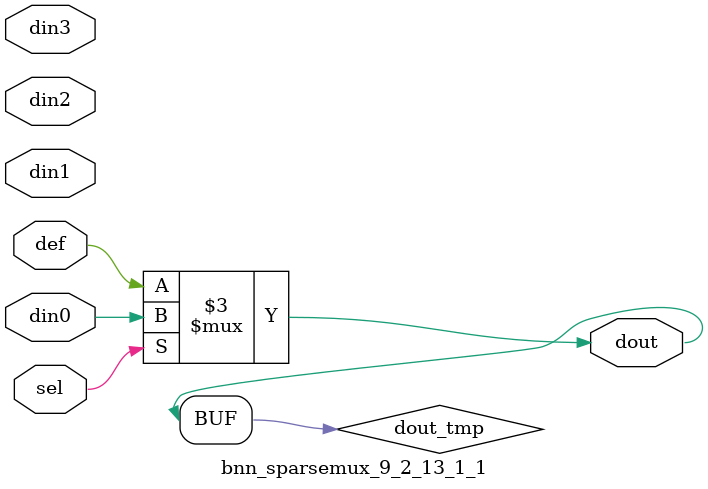
<source format=v>
`timescale 1ns / 1ps

module bnn_sparsemux_9_2_13_1_1 (din0,din1,din2,din3,def,sel,dout);

parameter din0_WIDTH = 1;

parameter din1_WIDTH = 1;

parameter din2_WIDTH = 1;

parameter din3_WIDTH = 1;

parameter def_WIDTH = 1;
parameter sel_WIDTH = 1;
parameter dout_WIDTH = 1;

parameter [sel_WIDTH-1:0] CASE0 = 1;

parameter [sel_WIDTH-1:0] CASE1 = 1;

parameter [sel_WIDTH-1:0] CASE2 = 1;

parameter [sel_WIDTH-1:0] CASE3 = 1;

parameter ID = 1;
parameter NUM_STAGE = 1;



input [din0_WIDTH-1:0] din0;

input [din1_WIDTH-1:0] din1;

input [din2_WIDTH-1:0] din2;

input [din3_WIDTH-1:0] din3;

input [def_WIDTH-1:0] def;
input [sel_WIDTH-1:0] sel;

output [dout_WIDTH-1:0] dout;



reg [dout_WIDTH-1:0] dout_tmp;


always @ (*) begin
(* parallel_case *) case (sel)
    
    CASE0 : dout_tmp = din0;
    
    CASE1 : dout_tmp = din1;
    
    CASE2 : dout_tmp = din2;
    
    CASE3 : dout_tmp = din3;
    
    default : dout_tmp = def;
endcase
end


assign dout = dout_tmp;



endmodule

</source>
